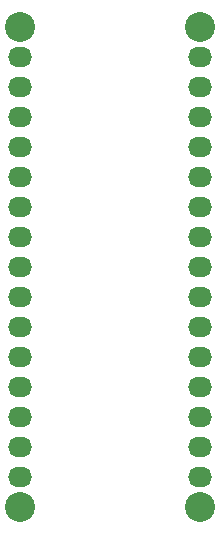
<source format=gbr>
%TF.GenerationSoftware,KiCad,Pcbnew,6.0.2+dfsg-1*%
%TF.CreationDate,2023-07-02T18:14:49+02:00*%
%TF.ProjectId,main,6d61696e-2e6b-4696-9361-645f70636258,rev?*%
%TF.SameCoordinates,Original*%
%TF.FileFunction,Copper,L1,Top*%
%TF.FilePolarity,Positive*%
%FSLAX46Y46*%
G04 Gerber Fmt 4.6, Leading zero omitted, Abs format (unit mm)*
G04 Created by KiCad (PCBNEW 6.0.2+dfsg-1) date 2023-07-02 18:14:49*
%MOMM*%
%LPD*%
G01*
G04 APERTURE LIST*
%TA.AperFunction,ComponentPad*%
%ADD10O,2.032000X1.727200*%
%TD*%
%TA.AperFunction,ComponentPad*%
%ADD11C,2.540000*%
%TD*%
G04 APERTURE END LIST*
D10*
%TO.P,P1,1*%
%TO.N,/1(Tx)*%
X139446000Y-71247000D03*
%TO.P,P1,2*%
%TO.N,/0(Rx)*%
X139446000Y-73787000D03*
%TO.P,P1,3*%
%TO.N,/Reset*%
X139446000Y-76327000D03*
%TO.P,P1,4*%
%TO.N,GND*%
X139446000Y-78867000D03*
%TO.P,P1,5*%
%TO.N,/2*%
X139446000Y-81407000D03*
%TO.P,P1,6*%
%TO.N,/3(\u002A\u002A)*%
X139446000Y-83947000D03*
%TO.P,P1,7*%
%TO.N,/4*%
X139446000Y-86487000D03*
%TO.P,P1,8*%
%TO.N,/5(\u002A\u002A)*%
X139446000Y-89027000D03*
%TO.P,P1,9*%
%TO.N,/6(\u002A\u002A)*%
X139446000Y-91567000D03*
%TO.P,P1,10*%
%TO.N,/7*%
X139446000Y-94107000D03*
%TO.P,P1,11*%
%TO.N,/8*%
X139446000Y-96647000D03*
%TO.P,P1,12*%
%TO.N,/9(\u002A\u002A)*%
X139446000Y-99187000D03*
%TO.P,P1,13*%
%TO.N,/10(\u002A\u002A/SS)*%
X139446000Y-101727000D03*
%TO.P,P1,14*%
%TO.N,/11(\u002A\u002A/MOSI)*%
X139446000Y-104267000D03*
%TO.P,P1,15*%
%TO.N,/12(MISO)*%
X139446000Y-106807000D03*
%TD*%
%TO.P,P2,1*%
%TO.N,/Vin*%
X154686000Y-71247000D03*
%TO.P,P2,2*%
%TO.N,GND*%
X154686000Y-73787000D03*
%TO.P,P2,3*%
%TO.N,/Reset*%
X154686000Y-76327000D03*
%TO.P,P2,4*%
%TO.N,+5V*%
X154686000Y-78867000D03*
%TO.P,P2,5*%
%TO.N,/A7*%
X154686000Y-81407000D03*
%TO.P,P2,6*%
%TO.N,/A6*%
X154686000Y-83947000D03*
%TO.P,P2,7*%
%TO.N,/A5*%
X154686000Y-86487000D03*
%TO.P,P2,8*%
%TO.N,/A4*%
X154686000Y-89027000D03*
%TO.P,P2,9*%
%TO.N,/A3*%
X154686000Y-91567000D03*
%TO.P,P2,10*%
%TO.N,/A2*%
X154686000Y-94107000D03*
%TO.P,P2,11*%
%TO.N,/A1*%
X154686000Y-96647000D03*
%TO.P,P2,12*%
%TO.N,/A0*%
X154686000Y-99187000D03*
%TO.P,P2,13*%
%TO.N,/AREF*%
X154686000Y-101727000D03*
%TO.P,P2,14*%
%TO.N,+3V3*%
X154686000Y-104267000D03*
%TO.P,P2,15*%
%TO.N,/13(SCK)*%
X154686000Y-106807000D03*
%TD*%
D11*
%TO.P,P3,1*%
%TO.N,Net-(P3-Pad1)*%
X139446000Y-68707000D03*
%TD*%
%TO.P,P4,1*%
%TO.N,Net-(P4-Pad1)*%
X139446000Y-109347000D03*
%TD*%
%TO.P,P5,1*%
%TO.N,Net-(P5-Pad1)*%
X154686000Y-109347000D03*
%TD*%
%TO.P,P6,1*%
%TO.N,Net-(P6-Pad1)*%
X154686000Y-68707000D03*
%TD*%
M02*

</source>
